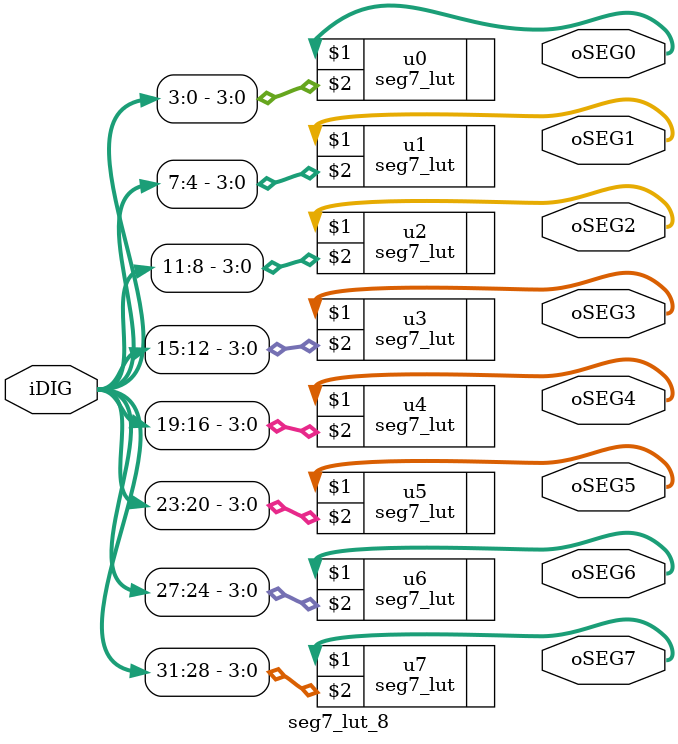
<source format=v>
module seg7_lut_8 (	oSEG0,oSEG1,oSEG2,oSEG3,oSEG4,oSEG5,oSEG6,oSEG7,iDIG );
input	[31:0]	iDIG;
output	[6:0]	oSEG0,oSEG1,oSEG2,oSEG3,oSEG4,oSEG5,oSEG6,oSEG7;

seg7_lut	u0	(	oSEG0,iDIG[3:0]		);
seg7_lut	u1	(	oSEG1,iDIG[7:4]		);
seg7_lut	u2	(	oSEG2,iDIG[11:8]	);
seg7_lut	u3	(	oSEG3,iDIG[15:12]	);
seg7_lut	u4	(	oSEG4,iDIG[19:16]	);
seg7_lut	u5	(	oSEG5,iDIG[23:20]	);
seg7_lut	u6	(	oSEG6,iDIG[27:24]	);
seg7_lut	u7	(	oSEG7,iDIG[31:28]	);

endmodule
</source>
